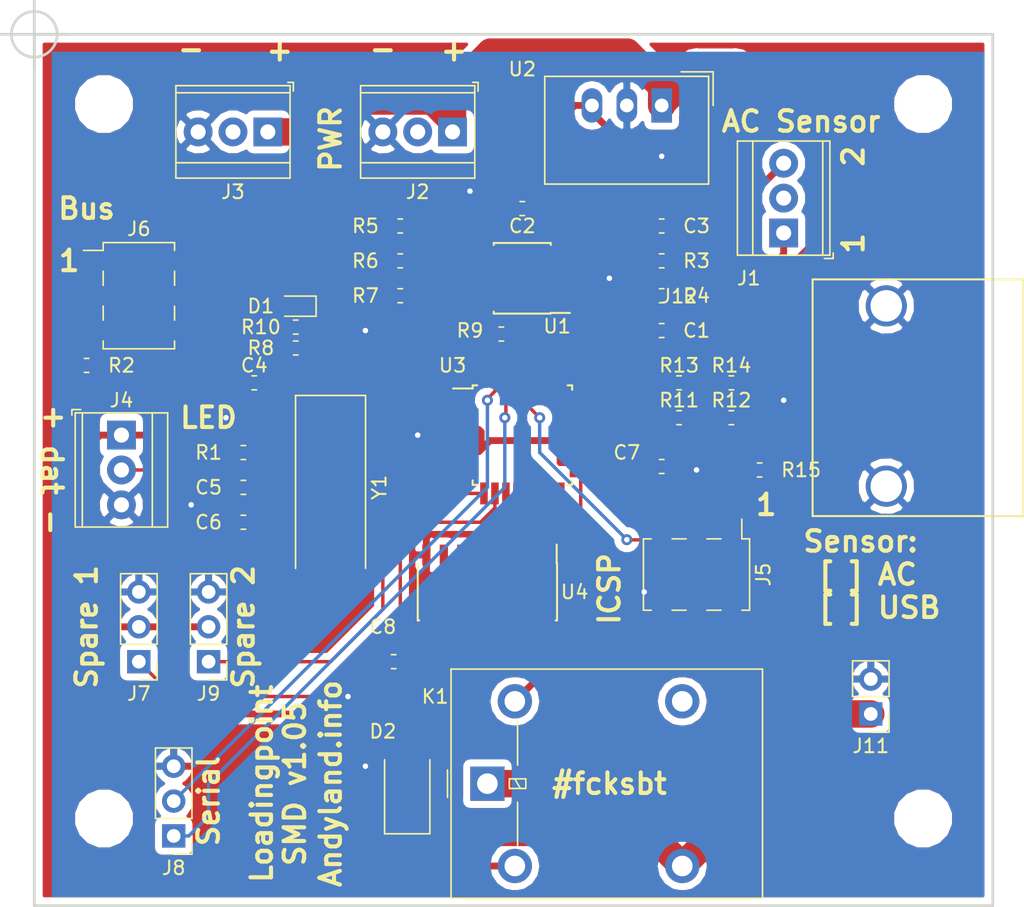
<source format=kicad_pcb>
(kicad_pcb (version 20171130) (host pcbnew 5.0.2-bee76a0~70~ubuntu18.10.1)
  (layers (0 F.Cu signal) (31 B.Cu signal) (34 B.Paste user) (35 F.Paste user) (36 B.SilkS user) (37 F.SilkS user) (38 B.Mask user) (39 F.Mask user) (44 Edge.Cuts user))
  (net 0 "")
  (net 1 GND)
  (net 2 "Net-(C1-Pad1)")
  (net 3 +5V)
  (net 4 "Net-(C5-Pad2)")
  (net 5 "Net-(C6-Pad2)")
  (net 6 "Net-(D1-Pad2)")
  (net 7 RELAIS-OUT)
  (net 8 AC-SENSE)
  (net 9 +12V)
  (net 10 "Net-(J4-Pad2)")
  (net 11 MISO)
  (net 12 SCK)
  (net 13 MOSI)
  (net 14 RESET)
  (net 15 SDAOUT)
  (net 16 SCLOUT)
  (net 17 D6)
  (net 18 D5)
  (net 19 USB-SENSE)
  (net 20 "Net-(J12-Pad2)")
  (net 21 "Net-(J12-Pad3)")
  (net 22 RELAIS)
  (net 23 WS2812B)
  (net 24 "Net-(R10-Pad2)")
  (net 25 SCL)
  (net 26 D2)
  (net 27 SDA)
  (net 28 RELAIS-DATA)
  (net 29 "Net-(J6-Pad5)")
  (net 30 RX)
  (net 31 TX)
  (module Connector_PinHeader_2.54mm:PinHeader_2x03_P2.54mm_Vertical_SMD (layer F.Cu) (at 78.74 54.61 270)
    (fp_text reference J5 (at 0 -4.87 270) (layer F.SilkS))
    (fp_text value Conn_ICSP)
    (pad 6 smd rect (at 2.525 2.54 270) (size 3.15 1) (layers F.Cu F.Paste F.Mask) (net 1 GND))
    (pad 5 smd rect (at -2.525 2.54 270) (size 3.15 1) (layers F.Cu F.Paste F.Mask) (net 14 RESET))
    (pad 4 smd rect (at 2.525 0 270) (size 3.15 1) (layers F.Cu F.Paste F.Mask) (net 13 MOSI))
    (pad 3 smd rect (at -2.525 0 270) (size 3.15 1) (layers F.Cu F.Paste F.Mask) (net 12 SCK))
    (pad 2 smd rect (at 2.525 -2.54 270) (size 3.15 1) (layers F.Cu F.Paste F.Mask) (net 3 +5V))
    (pad 1 smd rect (at -2.525 -2.54 270) (size 3.15 1) (layers F.Cu F.Paste F.Mask) (net 11 MISO))
  )
  (module Wuerth_USB_A:Wurth_USB_A_62900416021 (layer F.Cu) (at 88.9 38.1)
    (fp_text reference J12 (at -11.43 -3.77) (layer F.SilkS))
    (fp_text value USB_A)
    (pad 1 smd rect (at 0 7) (size 3.2 1.2) (layers F.Cu F.Paste F.Mask) (net 19 USB-SENSE))
    (pad 2 smd rect (at 0 4.5) (size 3.2 1.2) (layers F.Cu F.Paste F.Mask) (net 20 "Net-(J12-Pad2)"))
    (pad 3 smd rect (at 0 2.5) (size 3.2 1.2) (layers F.Cu F.Paste F.Mask) (net 21 "Net-(J12-Pad3)"))
    (pad 4 smd rect (at 0 0) (size 3.2 1.2) (layers F.Cu F.Paste F.Mask) (net 1 GND))
    (pad 5 thru_hole circle (at 3.67 -3.07) (size 3 3) (drill 2.3) (layers *.Cu *.Mask) (net 1 GND))
    (pad 5 thru_hole circle (at 3.67 10.07) (size 3 3) (drill 2.3) (layers *.Cu *.Mask) (net 1 GND))
  )
  (module Capacitor_SMD:C_0603_1608Metric (layer F.Cu) (at 46.5075 40.64 180)
    (fp_text reference C4 (at 0 1.27 180) (layer F.SilkS))
    (fp_text value 100nF)
    (pad 2 smd roundrect (at 0.7875 0 180) (size 0.875 0.95) (layers F.Cu F.Paste F.Mask) (net 1 GND))
    (pad 1 smd roundrect (at -0.7875 0 180) (size 0.875 0.95) (layers F.Cu F.Paste F.Mask) (net 3 +5V))
  )
  (module MountingHole:MountingHole_3.2mm_M3_ISO7380 (layer F.Cu) (at 95.25 72.39)
    (fp_text reference REF** hide)
    (fp_text value MountingHole_3.2mm_M3_ISO7380 hide)
    (pad 1 np_thru_hole circle (at 0 0) (size 3.2 3.2) (drill 3.2) (layers *.Cu *.Mask))
  )
  (module MountingHole:MountingHole_3.2mm_M3_ISO7380 (layer F.Cu) (at 95.25 20.32)
    (fp_text reference REF** hide)
    (fp_text value MountingHole_3.2mm_M3_ISO7380 hide)
    (pad 1 np_thru_hole circle (at 0 0) (size 3.2 3.2) (drill 3.2) (layers *.Cu *.Mask))
  )
  (module MountingHole:MountingHole_3.2mm_M3_ISO7380 (layer F.Cu) (at 35.56 72.39)
    (fp_text reference REF** hide)
    (fp_text value MountingHole_3.2mm_M3_ISO7380 hide)
    (pad 1 np_thru_hole circle (at 0 0) (size 3.2 3.2) (drill 3.2) (layers *.Cu *.Mask))
  )
  (module Capacitor_SMD:C_0603_1608Metric (layer F.Cu) (at 76.2 36.83 180)
    (fp_text reference C1 (at -2.54 0 180) (layer F.SilkS))
    (fp_text value 100µ)
    (pad 1 smd roundrect (at -0.7875 0 180) (size 0.875 0.95) (layers F.Cu F.Paste F.Mask) (net 2 "Net-(C1-Pad1)"))
    (pad 2 smd roundrect (at 0.7875 0 180) (size 0.875 0.95) (layers F.Cu F.Paste F.Mask) (net 1 GND))
  )
  (module Capacitor_SMD:C_0603_1608Metric (layer F.Cu) (at 66.04 27.94 180)
    (fp_text reference C2 (at 0 -1.27 180) (layer F.SilkS))
    (fp_text value 100nF)
    (pad 1 smd roundrect (at -0.7875 0 180) (size 0.875 0.95) (layers F.Cu F.Paste F.Mask) (net 3 +5V))
    (pad 2 smd roundrect (at 0.7875 0 180) (size 0.875 0.95) (layers F.Cu F.Paste F.Mask) (net 1 GND))
  )
  (module Capacitor_SMD:C_0603_1608Metric (layer F.Cu) (at 76.2 29.21 180)
    (fp_text reference C3 (at -2.54 0 180) (layer F.SilkS))
    (fp_text value 100nF)
    (pad 2 smd roundrect (at 0.7875 0 180) (size 0.875 0.95) (layers F.Cu F.Paste F.Mask) (net 1 GND))
    (pad 1 smd roundrect (at -0.7875 0 180) (size 0.875 0.95) (layers F.Cu F.Paste F.Mask) (net 3 +5V))
  )
  (module Capacitor_SMD:C_0603_1608Metric (layer F.Cu) (at 45.72 48.26)
    (fp_text reference C5 (at -2.54 0) (layer F.SilkS))
    (fp_text value 22pF)
    (pad 1 smd roundrect (at -0.7875 0) (size 0.875 0.95) (layers F.Cu F.Paste F.Mask) (net 1 GND))
    (pad 2 smd roundrect (at 0.7875 0) (size 0.875 0.95) (layers F.Cu F.Paste F.Mask) (net 4 "Net-(C5-Pad2)"))
  )
  (module Capacitor_SMD:C_0603_1608Metric (layer F.Cu) (at 45.72 50.8)
    (fp_text reference C6 (at -2.54 0) (layer F.SilkS))
    (fp_text value 22pF)
    (pad 2 smd roundrect (at 0.7875 0) (size 0.875 0.95) (layers F.Cu F.Paste F.Mask) (net 5 "Net-(C6-Pad2)"))
    (pad 1 smd roundrect (at -0.7875 0) (size 0.875 0.95) (layers F.Cu F.Paste F.Mask) (net 1 GND))
  )
  (module Capacitor_SMD:C_0603_1608Metric (layer F.Cu) (at 76.2 46.736)
    (fp_text reference C7 (at -2.54 -1.016) (layer F.SilkS))
    (fp_text value 100nF)
    (pad 1 smd roundrect (at -0.7875 0) (size 0.875 0.95) (layers F.Cu F.Paste F.Mask) (net 3 +5V))
    (pad 2 smd roundrect (at 0.7875 0) (size 0.875 0.95) (layers F.Cu F.Paste F.Mask) (net 1 GND))
  )
  (module Capacitor_SMD:C_0603_1608Metric (layer F.Cu) (at 56.6675 60.96 180)
    (fp_text reference C8 (at 0.7875 2.54) (layer F.SilkS))
    (fp_text value 100nF)
    (pad 2 smd roundrect (at 0.7875 0 180) (size 0.875 0.95) (layers F.Cu F.Paste F.Mask) (net 1 GND))
    (pad 1 smd roundrect (at -0.7875 0 180) (size 0.875 0.95) (layers F.Cu F.Paste F.Mask) (net 3 +5V))
  )
  (module LED_SMD:LED_0603_1608Metric (layer F.Cu) (at 49.53 35.052 180)
    (fp_text reference D1 (at 2.54 0 180) (layer F.SilkS))
    (fp_text value LED)
    (pad 1 smd roundrect (at -0.7875 0 180) (size 0.875 0.95) (layers F.Cu F.Paste F.Mask) (net 1 GND))
    (pad 2 smd roundrect (at 0.7875 0 180) (size 0.875 0.95) (layers F.Cu F.Paste F.Mask) (net 6 "Net-(D1-Pad2)"))
  )
  (module Diode_SMD:D_SMA (layer F.Cu) (at 57.658 70.104 90)
    (fp_text reference D2 (at 4.064 -1.778 -180) (layer F.SilkS))
    (fp_text value NRVA4007T3G)
    (pad 1 smd rect (at -2 0 90) (size 2.5 1.8) (layers F.Cu F.Paste F.Mask) (net 7 RELAIS-OUT))
    (pad 2 smd rect (at 2 0 90) (size 2.5 1.8) (layers F.Cu F.Paste F.Mask) (net 1 GND))
  )
  (module TerminalBlock_TE-Connectivity:TerminalBlock_TE_282834-3_1x03_P2.54mm_Horizontal (layer F.Cu) (at 85.09 29.718 90)
    (fp_text reference J1 (at -3.302 -2.54 -180) (layer F.SilkS))
    (fp_text value SENSOR)
    (pad 3 thru_hole circle (at 5.08 0 90) (size 2.1 2.1) (drill 1.1) (layers *.Cu *.Mask) (net 2 "Net-(C1-Pad1)"))
    (pad 2 thru_hole circle (at 2.54 0 90) (size 2.1 2.1) (drill 1.1) (layers *.Cu *.Mask))
    (pad 1 thru_hole rect (at 0 0 90) (size 2.1 2.1) (drill 1.1) (layers *.Cu *.Mask) (net 8 AC-SENSE))
  )
  (module TerminalBlock_TE-Connectivity:TerminalBlock_TE_282834-3_1x03_P2.54mm_Horizontal (layer F.Cu) (at 60.96 22.352 180)
    (fp_text reference J2 (at 2.54 -4.37 180) (layer F.SilkS))
    (fp_text value "PWR IN")
    (pad 1 thru_hole rect (at 0 0 180) (size 2.1 2.1) (drill 1.1) (layers *.Cu *.Mask) (net 9 +12V))
    (pad 2 thru_hole circle (at 2.54 0 180) (size 2.1 2.1) (drill 1.1) (layers *.Cu *.Mask))
    (pad 3 thru_hole circle (at 5.08 0 180) (size 2.1 2.1) (drill 1.1) (layers *.Cu *.Mask) (net 1 GND))
  )
  (module TerminalBlock_TE-Connectivity:TerminalBlock_TE_282834-3_1x03_P2.54mm_Horizontal (layer F.Cu) (at 47.498 22.352 180)
    (fp_text reference J3 (at 2.54 -4.37 180) (layer F.SilkS))
    (fp_text value "PWR THRU")
    (pad 3 thru_hole circle (at 5.08 0 180) (size 2.1 2.1) (drill 1.1) (layers *.Cu *.Mask) (net 1 GND))
    (pad 2 thru_hole circle (at 2.54 0 180) (size 2.1 2.1) (drill 1.1) (layers *.Cu *.Mask))
    (pad 1 thru_hole rect (at 0 0 180) (size 2.1 2.1) (drill 1.1) (layers *.Cu *.Mask) (net 9 +12V))
  )
  (module TerminalBlock_TE-Connectivity:TerminalBlock_TE_282834-3_1x03_P2.54mm_Horizontal (layer F.Cu) (at 36.83 44.45 270)
    (fp_text reference J4 (at -2.54 0) (layer F.SilkS))
    (fp_text value LED)
    (pad 1 thru_hole rect (at 0 0 270) (size 2.1 2.1) (drill 1.1) (layers *.Cu *.Mask) (net 3 +5V))
    (pad 2 thru_hole circle (at 2.54 0 270) (size 2.1 2.1) (drill 1.1) (layers *.Cu *.Mask) (net 10 "Net-(J4-Pad2)"))
    (pad 3 thru_hole circle (at 5.08 0 270) (size 2.1 2.1) (drill 1.1) (layers *.Cu *.Mask) (net 1 GND))
  )
  (module Connector_PinHeader_2.54mm:PinHeader_2x03_P2.54mm_Vertical_SMD (layer F.Cu) (at 38.1 34.29)
    (fp_text reference J6 (at 0 -4.87) (layer F.SilkS))
    (fp_text value Conn_Bus)
    (pad 1 smd rect (at -2.525 -2.54) (size 3.15 1) (layers F.Cu F.Paste F.Mask))
    (pad 2 smd rect (at 2.525 -2.54) (size 3.15 1) (layers F.Cu F.Paste F.Mask))
    (pad 3 smd rect (at -2.525 0) (size 3.15 1) (layers F.Cu F.Paste F.Mask))
    (pad 4 smd rect (at 2.525 0) (size 3.15 1) (layers F.Cu F.Paste F.Mask) (net 16 SCLOUT))
    (pad 5 smd rect (at -2.525 2.54) (size 3.15 1) (layers F.Cu F.Paste F.Mask) (net 29 "Net-(J6-Pad5)"))
    (pad 6 smd rect (at 2.525 2.54) (size 3.15 1) (layers F.Cu F.Paste F.Mask) (net 15 SDAOUT))
  )
  (module Relay_THT:Relay_SPDT_Omron-G5LE-1 (layer F.Cu) (at 63.5 69.85 90)
    (fp_text reference K1 (at 6.35 -3.81 180) (layer F.SilkS))
    (fp_text value G5LE-1)
    (pad 1 thru_hole rect (at 0 0 90) (size 2.5 2.5) (drill 1.5) (layers *.Cu *.Mask) (net 9 +12V))
    (pad 2 thru_hole oval (at -6 2 90) (size 2.5 2.5) (drill 1.5) (layers *.Cu *.Mask) (net 3 +5V))
    (pad 3 thru_hole oval (at -6 14.2 90) (size 2.5 2.5) (drill 1.5) (layers *.Cu *.Mask) (net 7 RELAIS-OUT))
    (pad 4 thru_hole oval (at 6 14.2 90) (size 2.5 2.5) (drill 1.5) (layers *.Cu *.Mask))
    (pad 5 thru_hole oval (at 6 2 90) (size 2.5 2.5) (drill 1.5) (layers *.Cu *.Mask) (net 22 RELAIS))
  )
  (module Resistor_SMD:R_0603_1608Metric (layer F.Cu) (at 45.72 45.72 180)
    (fp_text reference R1 (at 2.54 0 180) (layer F.SilkS))
    (fp_text value 470)
    (pad 2 smd roundrect (at 0.7875 0 180) (size 0.875 0.95) (layers F.Cu F.Paste F.Mask) (net 10 "Net-(J4-Pad2)"))
    (pad 1 smd roundrect (at -0.7875 0 180) (size 0.875 0.95) (layers F.Cu F.Paste F.Mask) (net 23 WS2812B))
  )
  (module Resistor_SMD:R_0603_1608Metric (layer F.Cu) (at 76.2 31.75)
    (fp_text reference R3 (at 2.54 0) (layer F.SilkS))
    (fp_text value 10K)
    (pad 1 smd roundrect (at -0.7875 0) (size 0.875 0.95) (layers F.Cu F.Paste F.Mask) (net 3 +5V))
    (pad 2 smd roundrect (at 0.7875 0) (size 0.875 0.95) (layers F.Cu F.Paste F.Mask) (net 2 "Net-(C1-Pad1)"))
  )
  (module Resistor_SMD:R_0603_1608Metric (layer F.Cu) (at 76.2 34.29 180)
    (fp_text reference R4 (at -2.54 0 180) (layer F.SilkS))
    (fp_text value 10K)
    (pad 2 smd roundrect (at 0.7875 0 180) (size 0.875 0.95) (layers F.Cu F.Paste F.Mask) (net 1 GND))
    (pad 1 smd roundrect (at -0.7875 0 180) (size 0.875 0.95) (layers F.Cu F.Paste F.Mask) (net 2 "Net-(C1-Pad1)"))
  )
  (module Resistor_SMD:R_0603_1608Metric (layer F.Cu) (at 57.15 29.21 180)
    (fp_text reference R5 (at 2.54 0 180) (layer F.SilkS))
    (fp_text value 470)
    (pad 1 smd roundrect (at -0.7875 0 180) (size 0.875 0.95) (layers F.Cu F.Paste F.Mask) (net 1 GND))
    (pad 2 smd roundrect (at 0.7875 0 180) (size 0.875 0.95) (layers F.Cu F.Paste F.Mask) (net 15 SDAOUT))
  )
  (module Resistor_SMD:R_0603_1608Metric (layer F.Cu) (at 57.15 31.75)
    (fp_text reference R6 (at -2.54 0) (layer F.SilkS))
    (fp_text value 100)
    (pad 2 smd roundrect (at 0.7875 0) (size 0.875 0.95) (layers F.Cu F.Paste F.Mask) (net 16 SCLOUT))
    (pad 1 smd roundrect (at -0.7875 0) (size 0.875 0.95) (layers F.Cu F.Paste F.Mask) (net 15 SDAOUT))
  )
  (module Resistor_SMD:R_0603_1608Metric (layer F.Cu) (at 57.15 34.29 180)
    (fp_text reference R7 (at 2.54 0 180) (layer F.SilkS))
    (fp_text value 470)
    (pad 2 smd roundrect (at 0.7875 0 180) (size 0.875 0.95) (layers F.Cu F.Paste F.Mask) (net 3 +5V))
    (pad 1 smd roundrect (at -0.7875 0 180) (size 0.875 0.95) (layers F.Cu F.Paste F.Mask) (net 16 SCLOUT))
  )
  (module Resistor_SMD:R_0603_1608Metric (layer F.Cu) (at 49.53 38.1)
    (fp_text reference R8 (at -2.54 0) (layer F.SilkS))
    (fp_text value 470)
    (pad 1 smd roundrect (at -0.7875 0) (size 0.875 0.95) (layers F.Cu F.Paste F.Mask) (net 6 "Net-(D1-Pad2)"))
    (pad 2 smd roundrect (at 0.7875 0) (size 0.875 0.95) (layers F.Cu F.Paste F.Mask) (net 24 "Net-(R10-Pad2)"))
  )
  (module Resistor_SMD:R_0603_1608Metric (layer F.Cu) (at 64.516 37.084)
    (fp_text reference R9 (at -2.286 -0.254) (layer F.SilkS))
    (fp_text value 10K)
    (pad 1 smd roundrect (at -0.7875 0) (size 0.875 0.95) (layers F.Cu F.Paste F.Mask) (net 3 +5V))
    (pad 2 smd roundrect (at 0.7875 0) (size 0.875 0.95) (layers F.Cu F.Paste F.Mask) (net 14 RESET))
  )
  (module Resistor_SMD:R_0603_1608Metric (layer F.Cu) (at 49.53 36.576)
    (fp_text reference R10 (at -2.54 0) (layer F.SilkS))
    (fp_text value 470)
    (pad 2 smd roundrect (at 0.7875 0) (size 0.875 0.95) (layers F.Cu F.Paste F.Mask) (net 24 "Net-(R10-Pad2)"))
    (pad 1 smd roundrect (at -0.7875 0) (size 0.875 0.95) (layers F.Cu F.Paste F.Mask) (net 6 "Net-(D1-Pad2)"))
  )
  (module Resistor_SMD:R_0603_1608Metric (layer F.Cu) (at 77.47 43.18)
    (fp_text reference R11 (at 0 -1.27) (layer F.SilkS))
    (fp_text value 3K3)
    (pad 1 smd roundrect (at -0.7875 0) (size 0.875 0.95) (layers F.Cu F.Paste F.Mask) (net 3 +5V))
    (pad 2 smd roundrect (at 0.7875 0) (size 0.875 0.95) (layers F.Cu F.Paste F.Mask) (net 20 "Net-(J12-Pad2)"))
  )
  (module Resistor_SMD:R_0603_1608Metric (layer F.Cu) (at 81.28 43.18 180)
    (fp_text reference R12 (at 0 1.27 180) (layer F.SilkS))
    (fp_text value 2K2)
    (pad 2 smd roundrect (at 0.7875 0 180) (size 0.875 0.95) (layers F.Cu F.Paste F.Mask) (net 1 GND))
    (pad 1 smd roundrect (at -0.7875 0 180) (size 0.875 0.95) (layers F.Cu F.Paste F.Mask) (net 20 "Net-(J12-Pad2)"))
  )
  (module Resistor_SMD:R_0603_1608Metric (layer F.Cu) (at 77.47 40.64)
    (fp_text reference R13 (at 0 -1.27) (layer F.SilkS))
    (fp_text value 3K3)
    (pad 1 smd roundrect (at -0.7875 0) (size 0.875 0.95) (layers F.Cu F.Paste F.Mask) (net 3 +5V))
    (pad 2 smd roundrect (at 0.7875 0) (size 0.875 0.95) (layers F.Cu F.Paste F.Mask) (net 21 "Net-(J12-Pad3)"))
  )
  (module Resistor_SMD:R_0603_1608Metric (layer F.Cu) (at 81.28 40.64 180)
    (fp_text reference R14 (at 0 1.27 180) (layer F.SilkS))
    (fp_text value 2K2)
    (pad 1 smd roundrect (at -0.7875 0 180) (size 0.875 0.95) (layers F.Cu F.Paste F.Mask) (net 21 "Net-(J12-Pad3)"))
    (pad 2 smd roundrect (at 0.7875 0 180) (size 0.875 0.95) (layers F.Cu F.Paste F.Mask) (net 1 GND))
  )
  (module Package_SO:SOIC-8_3.9x4.9mm_P1.27mm (layer F.Cu) (at 66.04 33.02 180)
    (fp_text reference U1 (at -2.54 -3.5 180) (layer F.SilkS))
    (fp_text value MAX485E)
    (pad 1 smd rect (at -2.7 -1.905 180) (size 1.55 0.6) (layers F.Cu F.Paste F.Mask) (net 27 SDA))
    (pad 2 smd rect (at -2.7 -0.635 180) (size 1.55 0.6) (layers F.Cu F.Paste F.Mask) (net 26 D2))
    (pad 3 smd rect (at -2.7 0.635 180) (size 1.55 0.6) (layers F.Cu F.Paste F.Mask) (net 26 D2))
    (pad 4 smd rect (at -2.7 1.905 180) (size 1.55 0.6) (layers F.Cu F.Paste F.Mask) (net 25 SCL))
    (pad 5 smd rect (at 2.7 1.905 180) (size 1.55 0.6) (layers F.Cu F.Paste F.Mask) (net 1 GND))
    (pad 6 smd rect (at 2.7 0.635 180) (size 1.55 0.6) (layers F.Cu F.Paste F.Mask) (net 16 SCLOUT))
    (pad 7 smd rect (at 2.7 -0.635 180) (size 1.55 0.6) (layers F.Cu F.Paste F.Mask) (net 15 SDAOUT))
    (pad 8 smd rect (at 2.7 -1.905 180) (size 1.55 0.6) (layers F.Cu F.Paste F.Mask) (net 3 +5V))
  )
  (module Converter_DCDC:Converter_DCDC_TRACO_TSR-1_THT (layer F.Cu) (at 76.2 20.425 180)
    (fp_text reference U2 (at 10.16 2.645 180) (layer F.SilkS))
    (fp_text value TSR_1-2450)
    (pad 1 thru_hole rect (at 0 0 180) (size 1.5 2.5) (drill 1) (layers *.Cu *.Mask) (net 9 +12V))
    (pad 2 thru_hole oval (at 2.54 0 180) (size 1.5 2.5) (drill 1) (layers *.Cu *.Mask) (net 1 GND))
    (pad 3 thru_hole oval (at 5.08 0 180) (size 1.5 2.5) (drill 1) (layers *.Cu *.Mask) (net 3 +5V))
  )
  (module Package_QFP:TQFP-32_7x7mm_P0.8mm (layer F.Cu) (at 66.05 44.45)
    (fp_text reference U3 (at -5.09 -5.08) (layer F.SilkS))
    (fp_text value ATmega328P-AU)
    (pad 1 smd rect (at -4.25 -2.8) (size 1.6 0.55) (layers F.Cu F.Paste F.Mask) (net 24 "Net-(R10-Pad2)"))
    (pad 2 smd rect (at -4.25 -2) (size 1.6 0.55) (layers F.Cu F.Paste F.Mask) (net 23 WS2812B))
    (pad 3 smd rect (at -4.25 -1.2) (size 1.6 0.55) (layers F.Cu F.Paste F.Mask) (net 1 GND))
    (pad 4 smd rect (at -4.25 -0.4) (size 1.6 0.55) (layers F.Cu F.Paste F.Mask) (net 3 +5V))
    (pad 5 smd rect (at -4.25 0.4) (size 1.6 0.55) (layers F.Cu F.Paste F.Mask) (net 1 GND))
    (pad 6 smd rect (at -4.25 1.2) (size 1.6 0.55) (layers F.Cu F.Paste F.Mask) (net 3 +5V))
    (pad 7 smd rect (at -4.25 2) (size 1.6 0.55) (layers F.Cu F.Paste F.Mask) (net 4 "Net-(C5-Pad2)"))
    (pad 8 smd rect (at -4.25 2.8) (size 1.6 0.55) (layers F.Cu F.Paste F.Mask) (net 5 "Net-(C6-Pad2)"))
    (pad 9 smd rect (at -2.8 4.25 90) (size 1.6 0.55) (layers F.Cu F.Paste F.Mask) (net 18 D5))
    (pad 10 smd rect (at -2 4.25 90) (size 1.6 0.55) (layers F.Cu F.Paste F.Mask) (net 17 D6))
    (pad 11 smd rect (at -1.2 4.25 90) (size 1.6 0.55) (layers F.Cu F.Paste F.Mask) (net 28 RELAIS-DATA))
    (pad 12 smd rect (at -0.4 4.25 90) (size 1.6 0.55) (layers F.Cu F.Paste F.Mask))
    (pad 13 smd rect (at 0.4 4.25 90) (size 1.6 0.55) (layers F.Cu F.Paste F.Mask))
    (pad 14 smd rect (at 1.2 4.25 90) (size 1.6 0.55) (layers F.Cu F.Paste F.Mask))
    (pad 15 smd rect (at 2 4.25 90) (size 1.6 0.55) (layers F.Cu F.Paste F.Mask) (net 13 MOSI))
    (pad 16 smd rect (at 2.8 4.25 90) (size 1.6 0.55) (layers F.Cu F.Paste F.Mask) (net 11 MISO))
    (pad 17 smd rect (at 4.25 2.8) (size 1.6 0.55) (layers F.Cu F.Paste F.Mask) (net 12 SCK))
    (pad 18 smd rect (at 4.25 2) (size 1.6 0.55) (layers F.Cu F.Paste F.Mask) (net 3 +5V))
    (pad 19 smd rect (at 4.25 1.2) (size 1.6 0.55) (layers F.Cu F.Paste F.Mask))
    (pad 20 smd rect (at 4.25 0.4) (size 1.6 0.55) (layers F.Cu F.Paste F.Mask) (net 3 +5V))
    (pad 21 smd rect (at 4.25 -0.4) (size 1.6 0.55) (layers F.Cu F.Paste F.Mask) (net 1 GND))
    (pad 22 smd rect (at 4.25 -1.2) (size 1.6 0.55) (layers F.Cu F.Paste F.Mask))
    (pad 23 smd rect (at 4.25 -2) (size 1.6 0.55) (layers F.Cu F.Paste F.Mask))
    (pad 24 smd rect (at 4.25 -2.8) (size 1.6 0.55) (layers F.Cu F.Paste F.Mask) (net 19 USB-SENSE))
    (pad 25 smd rect (at 2.8 -4.25 90) (size 1.6 0.55) (layers F.Cu F.Paste F.Mask) (net 8 AC-SENSE))
    (pad 26 smd rect (at 2 -4.25 90) (size 1.6 0.55) (layers F.Cu F.Paste F.Mask))
    (pad 27 smd rect (at 1.2 -4.25 90) (size 1.6 0.55) (layers F.Cu F.Paste F.Mask) (net 27 SDA))
    (pad 28 smd rect (at 0.4 -4.25 90) (size 1.6 0.55) (layers F.Cu F.Paste F.Mask) (net 25 SCL))
    (pad 29 smd rect (at -0.4 -4.25 90) (size 1.6 0.55) (layers F.Cu F.Paste F.Mask) (net 14 RESET))
    (pad 30 smd rect (at -1.2 -4.25 90) (size 1.6 0.55) (layers F.Cu F.Paste F.Mask) (net 30 RX))
    (pad 31 smd rect (at -2 -4.25 90) (size 1.6 0.55) (layers F.Cu F.Paste F.Mask) (net 31 TX))
    (pad 32 smd rect (at -2.8 -4.25 90) (size 1.6 0.55) (layers F.Cu F.Paste F.Mask) (net 26 D2))
  )
  (module Package_SO:SOIC-16_3.9x9.9mm_P1.27mm (layer F.Cu) (at 63.5 55.88 270)
    (fp_text reference U4 (at 0 -6.35) (layer F.SilkS))
    (fp_text value ULN2003D)
    (pad 1 smd rect (at -2.7 -4.445 270) (size 1.5 0.6) (layers F.Cu F.Paste F.Mask) (net 28 RELAIS-DATA))
    (pad 2 smd rect (at -2.7 -3.175 270) (size 1.5 0.6) (layers F.Cu F.Paste F.Mask))
    (pad 3 smd rect (at -2.7 -1.905 270) (size 1.5 0.6) (layers F.Cu F.Paste F.Mask))
    (pad 4 smd rect (at -2.7 -0.635 270) (size 1.5 0.6) (layers F.Cu F.Paste F.Mask))
    (pad 5 smd rect (at -2.7 0.635 270) (size 1.5 0.6) (layers F.Cu F.Paste F.Mask))
    (pad 6 smd rect (at -2.7 1.905 270) (size 1.5 0.6) (layers F.Cu F.Paste F.Mask))
    (pad 7 smd rect (at -2.7 3.175 270) (size 1.5 0.6) (layers F.Cu F.Paste F.Mask))
    (pad 8 smd rect (at -2.7 4.445 270) (size 1.5 0.6) (layers F.Cu F.Paste F.Mask) (net 1 GND))
    (pad 9 smd rect (at 2.7 4.445 270) (size 1.5 0.6) (layers F.Cu F.Paste F.Mask) (net 3 +5V))
    (pad 10 smd rect (at 2.7 3.175 270) (size 1.5 0.6) (layers F.Cu F.Paste F.Mask))
    (pad 11 smd rect (at 2.7 1.905 270) (size 1.5 0.6) (layers F.Cu F.Paste F.Mask))
    (pad 12 smd rect (at 2.7 0.635 270) (size 1.5 0.6) (layers F.Cu F.Paste F.Mask))
    (pad 13 smd rect (at 2.7 -0.635 270) (size 1.5 0.6) (layers F.Cu F.Paste F.Mask))
    (pad 14 smd rect (at 2.7 -1.905 270) (size 1.5 0.6) (layers F.Cu F.Paste F.Mask))
    (pad 15 smd rect (at 2.7 -3.175 270) (size 1.5 0.6) (layers F.Cu F.Paste F.Mask))
    (pad 16 smd rect (at 2.7 -4.445 270) (size 1.5 0.6) (layers F.Cu F.Paste F.Mask) (net 22 RELAIS))
  )
  (module MountingHole:MountingHole_3.2mm_M3_ISO7380 (layer F.Cu) (at 35.56 20.32)
    (fp_text reference REF** hide)
    (fp_text value MountingHole_3.2mm_M3_ISO7380 hide)
    (pad 1 np_thru_hole circle (at 0 0) (size 3.2 3.2) (drill 3.2) (layers *.Cu *.Mask))
  )
  (module Resistor_SMD:R_0603_1608Metric (layer F.Cu) (at 83.3375 46.99)
    (fp_text reference R15 (at 3.0225 0) (layer F.SilkS))
    (fp_text value 0,1)
    (pad 1 smd roundrect (at -0.7875 0) (size 0.875 0.95) (layers F.Cu F.Paste F.Mask) (net 3 +5V))
    (pad 2 smd roundrect (at 0.7875 0) (size 0.875 0.95) (layers F.Cu F.Paste F.Mask) (net 19 USB-SENSE))
  )
  (module Resistor_SMD:R_0603_1608Metric (layer F.Cu) (at 34.29 39.37)
    (fp_text reference R2 (at 2.54 0) (layer F.SilkS))
    (fp_text value 0)
    (pad 1 smd roundrect (at -0.7875 0) (size 0.875 0.95) (layers F.Cu F.Paste F.Mask) (net 1 GND))
    (pad 2 smd roundrect (at 0.7875 0) (size 0.875 0.95) (layers F.Cu F.Paste F.Mask) (net 29 "Net-(J6-Pad5)"))
  )
  (module Connector_PinHeader_2.54mm:PinHeader_1x03_P2.54mm_Vertical (layer F.Cu) (at 38.1 60.96 180)
    (fp_text reference J7 (at 0 -2.33 180) (layer F.SilkS))
    (fp_text value Spare_1)
    (pad 1 thru_hole rect (at 0 0 180) (size 1.7 1.7) (drill 1) (layers *.Cu *.Mask) (net 17 D6))
    (pad 2 thru_hole oval (at 0 2.54 180) (size 1.7 1.7) (drill 1) (layers *.Cu *.Mask) (net 3 +5V))
    (pad 3 thru_hole oval (at 0 5.08 180) (size 1.7 1.7) (drill 1) (layers *.Cu *.Mask) (net 1 GND))
  )
  (module Connector_PinHeader_2.54mm:PinHeader_1x03_P2.54mm_Vertical (layer F.Cu) (at 43.18 60.96 180)
    (fp_text reference J9 (at 0 -2.33 180) (layer F.SilkS))
    (fp_text value Spare_2)
    (pad 3 thru_hole oval (at 0 5.08 180) (size 1.7 1.7) (drill 1) (layers *.Cu *.Mask) (net 1 GND))
    (pad 2 thru_hole oval (at 0 2.54 180) (size 1.7 1.7) (drill 1) (layers *.Cu *.Mask) (net 3 +5V))
    (pad 1 thru_hole rect (at 0 0 180) (size 1.7 1.7) (drill 1) (layers *.Cu *.Mask) (net 18 D5))
  )
  (module Connector_PinHeader_2.54mm:PinHeader_1x02_P2.54mm_Vertical (layer F.Cu) (at 91.44 64.77 180)
    (fp_text reference J11 (at 0 -2.33 180) (layer F.SilkS))
    (fp_text value Conn_01x02_Male)
    (pad 1 thru_hole rect (at 0 0 180) (size 1.7 1.7) (drill 1) (layers *.Cu *.Mask) (net 7 RELAIS-OUT))
    (pad 2 thru_hole oval (at 0 2.54 180) (size 1.7 1.7) (drill 1) (layers *.Cu *.Mask) (net 1 GND))
  )
  (module Crystal:Crystal_SMD_HC49-SD (layer F.Cu) (at 52.07 48.26 270)
    (fp_text reference Y1 (at 0 -3.55 270) (layer F.SilkS))
    (fp_text value Crystal)
    (pad 1 smd rect (at -4.25 0 270) (size 4.5 2) (layers F.Cu F.Paste F.Mask) (net 4 "Net-(C5-Pad2)"))
    (pad 2 smd rect (at 4.25 0 270) (size 4.5 2) (layers F.Cu F.Paste F.Mask) (net 5 "Net-(C6-Pad2)"))
  )
  (module Connector_PinHeader_2.54mm:PinHeader_1x03_P2.54mm_Vertical (layer F.Cu) (at 40.64 73.66 180)
    (fp_text reference J8 (at 0 -2.33 180) (layer F.SilkS))
    (fp_text value Serial)
    (pad 1 thru_hole rect (at 0 0 180) (size 1.7 1.7) (drill 1) (layers *.Cu *.Mask) (net 30 RX))
    (pad 2 thru_hole oval (at 0 2.54 180) (size 1.7 1.7) (drill 1) (layers *.Cu *.Mask) (net 31 TX))
    (pad 3 thru_hole oval (at 0 5.08 180) (size 1.7 1.7) (drill 1) (layers *.Cu *.Mask) (net 1 GND))
  )
  (gr_text Serial (at 43.18 71.12 90) (layer F.SilkS) (effects (font (size 1.5 1.5) (thickness 0.3))))
  (gr_text Andyland.info (at 52.07 69.85 90) (layer F.SilkS) (effects (font (size 1.5 1.5) (thickness 0.3))))
  (gr_text "Spare 2" (at 45.72 58.42 90) (layer F.SilkS) (effects (font (size 1.5 1.5) (thickness 0.3))))
  (gr_text "Spare 1" (at 34.29 58.42 90) (layer F.SilkS) (effects (font (size 1.5 1.5) (thickness 0.3))))
  (gr_text "ICSP\n" (at 72.39 58.42 90) (layer F.SilkS) (effects (font (size 1.5 1.5) (thickness 0.3)) (justify left)))
  (target plus (at 30.48 15.24) (size 5) (width 0.2) (layer Edge.Cuts))
  (gr_line (start 100.33 78.74) (end 100.33 15.24) (layer Edge.Cuts) (width 0.2))
  (gr_line (start 30.48 78.74) (end 100.33 78.74) (layer Edge.Cuts) (width 0.2))
  (gr_line (start 30.48 15.24) (end 30.48 78.74) (layer Edge.Cuts) (width 0.2))
  (gr_line (start 100.33 15.24) (end 30.48 15.24) (layer Edge.Cuts) (width 0.2))
  (gr_text "#fcksbt" (at 72.39 69.85) (layer F.SilkS) (effects (font (size 1.5 1.5) (thickness 0.3))))
  (gr_text 1 (at 83.82 49.53) (layer F.SilkS) (effects (font (size 1.5 1.5) (thickness 0.3))))
  (gr_text dat (at 31.75 46.99 270) (layer F.SilkS) (effects (font (size 1.5 1.5) (thickness 0.3))))
  (gr_text + (at 31.75 43.18 90) (layer F.SilkS) (effects (font (size 1.5 1.5) (thickness 0.3))))
  (gr_text - (at 31.75 50.8 270) (layer F.SilkS) (effects (font (size 1.5 1.5) (thickness 0.3))))
  (gr_text - (at 55.88 16.51 180) (layer F.SilkS) (effects (font (size 1.5 1.5) (thickness 0.3))))
  (gr_text - (at 41.91 16.51 180) (layer F.SilkS) (effects (font (size 1.5 1.5) (thickness 0.3))))
  (gr_text + (at 60.96 16.51 90) (layer F.SilkS) (effects (font (size 1.5 1.5) (thickness 0.3))))
  (gr_text + (at 48.26 16.51 90) (layer F.SilkS) (effects (font (size 1.5 1.5) (thickness 0.3))))
  (gr_text 2 (at 90.17 24.13 90) (layer F.SilkS) (effects (font (size 1.5 1.5) (thickness 0.3))))
  (gr_text 1 (at 90.17 30.48 90) (layer F.SilkS) (effects (font (size 1.5 1.5) (thickness 0.3))))
  (gr_text 1 (at 33.02 31.75) (layer F.SilkS) (effects (font (size 1.5 1.5) (thickness 0.3))))
  (gr_text Bus (at 34.29 27.94) (layer F.SilkS) (effects (font (size 1.5 1.5) (thickness 0.3))))
  (gr_text PWR (at 52.07 22.86 90) (layer F.SilkS) (effects (font (size 1.5 1.5) (thickness 0.3))))
  (gr_text "AC Sensor" (at 86.36 21.59) (layer F.SilkS) (effects (font (size 1.5 1.5) (thickness 0.3))))
  (gr_text LED (at 43.18 43.18) (layer F.SilkS) (effects (font (size 1.5 1.5) (thickness 0.3))))
  (gr_text "Sensor:\n [ ] AC\n [ ] USB\n" (at 86.36 54.61) (layer F.SilkS) (effects (font (size 1.5 1.5) (thickness 0.3)) (justify left)))
  (gr_text "Loadingpoint\nSMD v1.05" (at 48.26 69.85 90) (layer F.SilkS) (effects (font (size 1.5 1.5) (thickness 0.3))))
  (via (at 62.23 26.67) (size 0.8) (drill 0.4) (layers F.Cu B.Cu) (net 1))
  (via (at 74.93 55.88) (size 0.8) (drill 0.4) (layers F.Cu B.Cu) (net 1))
  (via (at 58.42 44.45) (size 0.8) (drill 0.4) (layers F.Cu B.Cu) (net 1))
  (via (at 76.2 24.13) (size 0.8) (drill 0.4) (layers F.Cu B.Cu) (net 1))
  (segment (start 72.39 44.84) (end 71.6 44.05) (width 0.5) (layer F.Cu) (net 1))
  (segment (start 72.39 45.72) (end 72.39 44.84) (width 0.5) (layer F.Cu) (net 1))
  (segment (start 75.9715 45.72) (end 72.39 45.72) (width 0.5) (layer F.Cu) (net 1))
  (segment (start 71.6 44.05) (end 70.3 44.05) (width 0.5) (layer F.Cu) (net 1))
  (segment (start 76.9875 46.736) (end 75.9715 45.72) (width 0.5) (layer F.Cu) (net 1))
  (via (at 41.91 49.53) (size 0.8) (drill 0.4) (layers F.Cu B.Cu) (net 1))
  (via (at 53.34 63.5) (size 0.8) (drill 0.4) (layers F.Cu B.Cu) (net 1))
  (via (at 72.39 33.02) (size 0.8) (drill 0.4) (layers F.Cu B.Cu) (net 1))
  (via (at 54.61 36.83) (size 0.8) (drill 0.4) (layers F.Cu B.Cu) (net 1))
  (via (at 44.45 43.18) (size 0.8) (drill 0.4) (layers F.Cu B.Cu) (net 1))
  (via (at 54.61 68.58) (size 0.8) (drill 0.4) (layers F.Cu B.Cu) (net 1))
  (via (at 85.09 41.91) (size 0.8) (drill 0.4) (layers F.Cu B.Cu) (net 1))
  (segment (start 59.62 43.25) (end 58.42 44.45) (width 0.5) (layer F.Cu) (net 1))
  (segment (start 61.8 43.25) (end 59.62 43.25) (width 0.5) (layer F.Cu) (net 1))
  (segment (start 58.819999 44.849999) (end 58.42 44.45) (width 0.5) (layer F.Cu) (net 1))
  (segment (start 61.8 44.85) (end 58.819999 44.849999) (width 0.5) (layer F.Cu) (net 1))
  (via (at 78.74 46.99) (size 0.8) (drill 0.4) (layers F.Cu B.Cu) (net 1))
  (segment (start 81.7625 41.91) (end 80.4925 43.18) (width 0.5) (layer F.Cu) (net 1))
  (segment (start 74.945 55.88) (end 76.2 57.135) (width 0.5) (layer F.Cu) (net 1))
  (segment (start 74.93 55.88) (end 74.945 55.88) (width 0.5) (layer F.Cu) (net 1))
  (segment (start 76.9875 31.75) (end 76.9875 34.29) (width 0.5) (layer F.Cu) (net 2))
  (segment (start 76.9875 36.83) (end 76.9875 34.29) (width 0.5) (layer F.Cu) (net 2))
  (segment (start 76.9875 31.75) (end 78.74 31.75) (width 0.5) (layer F.Cu) (net 2))
  (segment (start 78.74 31.75) (end 81.28 29.21) (width 0.5) (layer F.Cu) (net 2))
  (segment (start 81.28 28.448) (end 85.09 24.638) (width 0.5) (layer F.Cu) (net 2))
  (segment (start 81.28 29.21) (end 81.28 28.448) (width 0.5) (layer F.Cu) (net 2))
  (segment (start 74.875 46.736) (end 74.589 46.45) (width 0.5) (layer F.Cu) (net 3))
  (segment (start 75.4125 46.736) (end 74.875 46.736) (width 0.5) (layer F.Cu) (net 3))
  (segment (start 70.3 46.45) (end 68.802 46.45) (width 0.5) (layer F.Cu) (net 3))
  (segment (start 69 44.85) (end 70.3 44.85) (width 0.5) (layer F.Cu) (net 3))
  (segment (start 68.802 45.048) (end 69 44.85) (width 0.5) (layer F.Cu) (net 3))
  (segment (start 68.802 46.45) (end 68.802 45.048) (width 0.5) (layer F.Cu) (net 3))
  (segment (start 62.885002 45.65) (end 61.8 45.65) (width 0.5) (layer F.Cu) (net 3))
  (segment (start 63.050001 45.485001) (end 62.885002 45.65) (width 0.5) (layer F.Cu) (net 3))
  (segment (start 63.050001 44.214999) (end 63.050001 45.485001) (width 0.5) (layer F.Cu) (net 3))
  (segment (start 62.885002 44.05) (end 63.050001 44.214999) (width 0.5) (layer F.Cu) (net 3))
  (segment (start 61.8 44.05) (end 62.885002 44.05) (width 0.5) (layer F.Cu) (net 3))
  (segment (start 68.604 44.85) (end 68.802 45.048) (width 0.5) (layer F.Cu) (net 3))
  (segment (start 63.685002 44.85) (end 68.604 44.85) (width 0.5) (layer F.Cu) (net 3))
  (segment (start 63.050001 45.485001) (end 63.685002 44.85) (width 0.5) (layer F.Cu) (net 3))
  (segment (start 63.955002 34.925) (end 65.024 33.856002) (width 0.5) (layer F.Cu) (net 3))
  (segment (start 63.34 34.925) (end 63.955002 34.925) (width 0.5) (layer F.Cu) (net 3))
  (segment (start 65.024 29.7435) (end 66.8275 27.94) (width 0.5) (layer F.Cu) (net 3))
  (segment (start 65.024 33.856002) (end 65.024 29.7435) (width 0.5) (layer F.Cu) (net 3))
  (segment (start 60.579 34.925) (end 63.34 34.925) (width 0.5) (layer F.Cu) (net 3))
  (segment (start 56.896 36.068) (end 59.436 36.068) (width 0.5) (layer F.Cu) (net 3))
  (segment (start 56.3625 34.29) (end 56.3625 35.5345) (width 0.5) (layer F.Cu) (net 3))
  (segment (start 59.436 36.068) (end 60.579 34.925) (width 0.5) (layer F.Cu) (net 3))
  (segment (start 56.3625 35.5345) (end 56.896 36.068) (width 0.5) (layer F.Cu) (net 3))
  (segment (start 75.4125 48.9965) (end 75.4125 46.736) (width 0.5) (layer F.Cu) (net 3))
  (segment (start 82.28 57.135) (end 82.804 56.611) (width 0.5) (layer F.Cu) (net 3))
  (segment (start 82.804 56.611) (end 82.804 50.723998) (width 0.5) (layer F.Cu) (net 3))
  (segment (start 81.28 57.135) (end 82.28 57.135) (width 0.5) (layer F.Cu) (net 3))
  (segment (start 82.804 50.723998) (end 81.356002 49.276) (width 0.5) (layer F.Cu) (net 3))
  (segment (start 75.692 49.276) (end 75.4125 48.9965) (width 0.5) (layer F.Cu) (net 3))
  (segment (start 63.34 36.6955) (end 63.7285 37.084) (width 0.5) (layer F.Cu) (net 3))
  (segment (start 63.34 34.925) (end 63.34 36.6955) (width 0.5) (layer F.Cu) (net 3))
  (segment (start 71.6 46.45) (end 70.3 46.45) (width 0.5) (layer F.Cu) (net 3))
  (segment (start 74.589 46.45) (end 71.6 46.45) (width 0.5) (layer F.Cu) (net 3))
  (segment (start 81.356002 49.276) (end 81.28 49.276) (width 0.5) (layer F.Cu) (net 3))
  (segment (start 81.28 49.276) (end 75.692 49.276) (width 0.5) (layer F.Cu) (net 3))
  (segment (start 35.28 44.45) (end 36.83 44.45) (width 0.5) (layer F.Cu) (net 3))
  (segment (start 34.334446 45.395554) (end 35.28 44.45) (width 0.5) (layer F.Cu) (net 3))
  (segment (start 53.640388 33.828388) (end 52.832 33.02) (width 0.5) (layer F.Cu) (net 3))
  (segment (start 55.900888 33.828388) (end 53.640388 33.828388) (width 0.5) (layer F.Cu) (net 3))
  (segment (start 56.3625 34.29) (end 55.900888 33.828388) (width 0.5) (layer F.Cu) (net 3))
  (segment (start 48.26 33.02) (end 46.99 34.29) (width 0.5) (layer F.Cu) (net 3))
  (segment (start 52.832 33.02) (end 48.26 33.02) (width 0.5) (layer F.Cu) (net 3))
  (segment (start 69.87 20.425) (end 71.12 20.425) (width 0.5) (layer F.Cu) (net 3))
  (segment (start 66.8275 23.4675) (end 69.87 20.425) (width 0.5) (layer F.Cu) (net 3))
  (segment (start 66.8275 27.94) (end 66.8275 23.4675) (width 0.5) (layer F.Cu) (net 3))
  (segment (start 76.6825 40.64) (end 76.6825 43.18) (width 0.5) (layer F.Cu) (net 3))
  (segment (start 34.334446 58.42) (end 34.334446 45.395554) (width 0.5) (layer F.Cu) (net 3))
  (segment (start 34.334446 58.42) (end 34.334446 63.544446) (width 0.5) (layer F.Cu) (net 3))
  (segment (start 34.334446 63.544446) (end 35.56 64.77) (width 0.5) (layer F.Cu) (net 3))
  (segment (start 34.334446 58.42) (end 38.1 58.42) (width 0.5) (layer F.Cu) (net 3))
  (segment (start 43.18 58.42) (end 38.1 58.42) (width 0.5) (layer F.Cu) (net 3))
  (segment (start 46.99 34.29) (end 46.99 36.83) (width 0.5) (layer F.Cu) (net 3))
  (segment (start 39.37 44.45) (end 36.83 44.45) (width 0.5) (layer F.Cu) (net 3))
  (segment (start 46.99 36.83) (end 39.37 44.45) (width 0.5) (layer F.Cu) (net 3))
  (segment (start 35.56 64.77) (end 50.3175 64.77) (width 0.5) (layer F.Cu) (net 3))
  (segment (start 58.443998 75.85) (end 57.523998 74.93) (width 0.5) (layer F.Cu) (net 3))
  (segment (start 65.5 75.85) (end 58.443998 75.85) (width 0.5) (layer F.Cu) (net 3))
  (segment (start 57.523998 74.93) (end 55.88 74.93) (width 0.5) (layer F.Cu) (net 3))
  (segment (start 50.3175 69.3675) (end 50.3175 64.77) (width 0.5) (layer F.Cu) (net 3))
  (segment (start 55.88 74.93) (end 50.3175 69.3675) (width 0.5) (layer F.Cu) (net 3))
  (segment (start 47.295 40.64) (end 47.295 37.135) (width 0.5) (layer F.Cu) (net 3))
  (segment (start 47.295 37.135) (end 46.99 36.83) (width 0.5) (layer F.Cu) (net 3))
  (segment (start 57.455 60.96) (end 57.455 63.195) (width 0.5) (layer F.Cu) (net 3))
  (segment (start 55.88 64.77) (end 50.3175 64.77) (width 0.5) (layer F.Cu) (net 3))
  (segment (start 57.455 63.195) (end 55.88 64.77) (width 0.5) (layer F.Cu) (net 3))
  (segment (start 76.9875 30.175) (end 76.9875 29.21) (width 0.5) (layer F.Cu) (net 3))
  (segment (start 75.4125 31.75) (end 76.9875 30.175) (width 0.5) (layer F.Cu) (net 3))
  (segment (start 71.12 20.925) (end 71.12 20.425) (width 0.5) (layer F.Cu) (net 3))
  (segment (start 76.9875 29.21) (end 76.9875 26.7925) (width 0.5) (layer F.Cu) (net 3))
  (segment (start 82.55 48.006) (end 81.28 49.276) (width 0.5) (layer F.Cu) (net 3))
  (segment (start 82.55 46.99) (end 82.55 48.006) (width 0.5) (layer F.Cu) (net 3))
  (segment (start 81.945 21.59) (end 76.865 26.67) (width 0.5) (layer F.Cu) (net 3))
  (segment (start 87.63 22.86) (end 86.36 21.59) (width 0.5) (layer F.Cu) (net 3))
  (segment (start 86.36 21.59) (end 81.945 21.59) (width 0.5) (layer F.Cu) (net 3))
  (segment (start 76.865 26.67) (end 71.12 20.925) (width 0.5) (layer F.Cu) (net 3))
  (segment (start 76.9875 26.7925) (end 76.865 26.67) (width 0.5) (layer F.Cu) (net 3))
  (segment (start 77.60751 39.71499) (end 78.003012 39.71499) (width 0.5) (layer F.Cu) (net 3))
  (segment (start 78.003012 39.71499) (end 87.63 30.088002) (width 0.5) (layer F.Cu) (net 3))
  (segment (start 76.6825 40.64) (end 77.60751 39.71499) (width 0.5) (layer F.Cu) (net 3))
  (segment (start 87.63 30.088002) (end 87.63 22.86) (width 0.5) (layer F.Cu) (net 3))
  (segment (start 57.455 60.18) (end 59.055 58.58) (width 0.5) (layer F.Cu) (net 3))
  (segment (start 57.455 60.96) (end 57.455 60.18) (width 0.5) (layer F.Cu) (net 3))
  (segment (start 81.28 57.480002) (end 77.800002 60.96) (width 0.5) (layer F.Cu) (net 3))
  (segment (start 81.28 57.135) (end 81.28 57.480002) (width 0.5) (layer F.Cu) (net 3))
  (segment (start 77.800002 60.96) (end 74.93 60.96) (width 0.5) (layer F.Cu) (net 3))
  (segment (start 74.93 60.96) (end 68.58 67.31) (width 0.5) (layer F.Cu) (net 3))
  (segment (start 61.57 67.31) (end 57.455 63.195) (width 0.5) (layer F.Cu) (net 3))
  (segment (start 68.58 67.31) (end 61.57 67.31) (width 0.5) (layer F.Cu) (net 3))
  (segment (start 53.57 46.76) (end 52.07 45.26) (width 0.5) (layer F.Cu) (net 4))
  (segment (start 54.2 46.76) (end 53.57 46.76) (width 0.5) (layer F.Cu) (net 4))
  (segment (start 54.51 46.45) (end 54.2 46.76) (width 0.5) (layer F.Cu) (net 4))
  (segment (start 61.8 46.45) (end 54.51 46.45) (width 0.5) (layer F.Cu) (net 4))
  (segment (start 49.07 48.26) (end 52.07 45.26) (width 0.5) (layer F.Cu) (net 4))
  (segment (start 52.07 45.26) (end 52.07 44.01) (width 0.5) (layer F.Cu) (net 4))
  (segment (start 46.5075 48.26) (end 49.07 48.26) (width 0.5) (layer F.Cu) (net 4))
  (segment (start 52.07 51.26) (end 52.07 52.51) (width 0.5) (layer F.Cu) (net 5))
  (segment (start 56.08 47.25) (end 52.07 51.26) (width 0.5) (layer F.Cu) (net 5))
  (segment (start 61.8 47.25) (end 56.08 47.25) (width 0.5) (layer F.Cu) (net 5))
  (segment (start 51.63 52.07) (end 52.07 52.51) (width 0.5) (layer F.Cu) (net 5))
  (segment (start 50.36 50.8) (end 52.07 52.51) (width 0.5) (layer F.Cu) (net 5))
  (segment (start 46.5075 50.8) (end 50.36 50.8) (width 0.5) (layer F.Cu) (net 5))
  (segment (start 48.7425 38.1) (end 48.7425 36.576) (width 0.25) (layer F.Cu) (net 6))
  (segment (start 48.7425 35.052) (end 48.7425 36.576) (width 0.25) (layer F.Cu) (net 6))
  (segment (start 88.78 64.77) (end 77.7 75.85) (width 2) (layer F.Cu) (net 7))
  (segment (start 91.44 64.77) (end 88.78 64.77) (width 2) (layer F.Cu) (net 7))
  (segment (start 76.450001 74.600001) (end 77.7 75.85) (width 2) (layer F.Cu) (net 7))
  (segment (start 75.249999 73.399999) (end 76.450001 74.600001) (width 2) (layer F.Cu) (net 7))
  (segment (start 61.853999 73.399999) (end 75.249999 73.399999) (width 2) (layer F.Cu) (net 7))
  (segment (start 60.558 72.104) (end 61.853999 73.399999) (width 2) (layer F.Cu) (net 7))
  (segment (start 57.658 72.104) (end 60.558 72.104) (width 2) (layer F.Cu) (net 7))
  (segment (start 68.85 39.675) (end 68.85 40.2) (width 0.5) (layer F.Cu) (net 8))
  (segment (start 77.458 38.9) (end 70.925 38.9) (width 0.5) (layer F.Cu) (net 8))
  (segment (start 85.09 31.268) (end 77.458 38.9) (width 0.5) (layer F.Cu) (net 8))
  (segment (start 69.625 40.2) (end 68.85 40.2) (width 0.5) (layer F.Cu) (net 8))
  (segment (start 70.925 38.9) (end 69.625 40.2) (width 0.5) (layer F.Cu) (net 8))
  (segment (start 85.09 29.718) (end 85.09 31.268) (width 0.5) (layer F.Cu) (net 8))
  (segment (start 50.548 22.352) (end 47.498 22.352) (width 2) (layer F.Cu) (net 9))
  (segment (start 52.798001 20.101999) (end 50.548 22.352) (width 2) (layer F.Cu) (net 9))
  (segment (start 59.500001 20.101999) (end 52.798001 20.101999) (width 2) (layer F.Cu) (net 9))
  (segment (start 60.96 21.561998) (end 59.500001 20.101999) (width 2) (layer F.Cu) (net 9))
  (segment (start 60.96 22.352) (end 60.96 21.561998) (width 2) (layer F.Cu) (net 9))
  (segment (start 85.09 64.77) (end 80.01 69.85) (width 2) (layer F.Cu) (net 9))
  (segment (start 96.52 27.94) (end 96.52 48.656002) (width 2) (layer F.Cu) (net 9))
  (segment (start 76.2 20.32) (end 78.74 17.78) (width 2) (layer F.Cu) (net 9))
  (segment (start 96.52 48.656002) (end 85.09 60.086002) (width 2) (layer F.Cu) (net 9))
  (segment (start 82.832002 19.05) (end 87.63 19.05) (width 2) (layer F.Cu) (net 9))
  (segment (start 76.2 20.425) (end 76.2 20.32) (width 2) (layer F.Cu) (net 9))
  (segment (start 85.09 60.086002) (end 85.09 64.77) (width 2) (layer F.Cu) (net 9))
  (segment (start 78.74 17.78) (end 81.562002 17.78) (width 2) (layer F.Cu) (net 9))
  (segment (start 81.562002 17.78) (end 82.832002 19.05) (width 2) (layer F.Cu) (net 9))
  (segment (start 80.01 69.85) (end 63.5 69.85) (width 2) (layer F.Cu) (net 9))
  (segment (start 87.63 19.05) (end 96.52 27.94) (width 2) (layer F.Cu) (net 9))
  (segment (start 60.96 19.302) (end 60.96 22.352) (width 2) (layer F.Cu) (net 9))
  (segment (start 63.72199 16.54001) (end 60.96 19.302) (width 2) (layer F.Cu) (net 9))
  (segment (start 73.69001 16.54001) (end 63.72199 16.54001) (width 2) (layer F.Cu) (net 9))
  (segment (start 76.2 20.425) (end 76.2 19.05) (width 2) (layer F.Cu) (net 9))
  (segment (start 76.2 19.05) (end 73.69001 16.54001) (width 2) (layer F.Cu) (net 9))
  (segment (start 36.83 46.99) (end 39.37 46.99) (width 0.25) (layer F.Cu) (net 10))
  (segment (start 39.37 46.99) (end 40.64 45.72) (width 0.25) (layer F.Cu) (net 10))
  (segment (start 40.64 45.72) (end 44.9325 45.72) (width 0.25) (layer F.Cu) (net 10))
  (segment (start 68.85 49.26) (end 68.85 48.7) (width 0.25) (layer F.Cu) (net 11))
  (segment (start 69.85 50.26) (end 68.85 49.26) (width 0.25) (layer F.Cu) (net 11))
  (segment (start 81.28 52.085) (end 81.28 53.16) (width 0.25) (layer F.Cu) (net 11))
  (segment (start 81.28 53.16) (end 79.576 54.864) (width 0.25) (layer F.Cu) (net 11))
  (segment (start 79.576 54.864) (end 70.104 54.864) (width 0.25) (layer F.Cu) (net 11))
  (segment (start 69.85 54.61) (end 69.85 50.26) (width 0.25) (layer F.Cu) (net 11))
  (segment (start 70.104 54.864) (end 69.85 54.61) (width 0.25) (layer F.Cu) (net 11))
  (segment (start 78.74 53.16) (end 77.544 54.356) (width 0.25) (layer F.Cu) (net 12))
  (segment (start 78.74 52.085) (end 78.74 53.16) (width 0.25) (layer F.Cu) (net 12))
  (segment (start 77.544 54.356) (end 71.12 54.356) (width 0.25) (layer F.Cu) (net 12))
  (segment (start 70.3 53.536) (end 70.3 47.25) (width 0.25) (layer F.Cu) (net 12))
  (segment (start 71.12 54.356) (end 70.3 53.536) (width 0.25) (layer F.Cu) (net 12))
  (segment (start 70.48359 55.88) (end 69.21359 54.61) (width 0.25) (layer F.Cu) (net 13))
  (segment (start 78.74 58.21) (end 77.26 59.69) (width 0.25) (layer F.Cu) (net 13))
  (segment (start 77.26 59.69) (end 74.93 59.69) (width 0.25) (layer F.Cu) (net 13))
  (segment (start 78.74 57.135) (end 78.74 58.21) (width 0.25) (layer F.Cu) (net 13))
  (segment (start 74.93 59.69) (end 74.93 57.15) (width 0.25) (layer F.Cu) (net 13))
  (segment (start 74.93 57.15) (end 73.66 55.88) (width 0.25) (layer F.Cu) (net 13))
  (segment (start 73.66 55.88) (end 70.48359 55.88) (width 0.25) (layer F.Cu) (net 13))
  (segment (start 68.05 49.75) (end 68.05 48.7) (width 0.25) (layer F.Cu) (net 13))
  (segment (start 68.05 50.27) (end 68.05 49.75) (width 0.25) (layer F.Cu) (net 13))
  (segment (start 69.21359 51.43359) (end 68.05 50.27) (width 0.25) (layer F.Cu) (net 13))
  (segment (start 69.21359 54.61) (end 69.21359 51.43359) (width 0.25) (layer F.Cu) (net 13))
  (segment (start 65.65 37.4305) (end 65.3035 37.084) (width 0.25) (layer F.Cu) (net 14))
  (segment (start 65.65 40.2) (end 65.65 37.4305) (width 0.25) (layer F.Cu) (net 14))
  (segment (start 76.2 52.085) (end 73.675 52.085) (width 0.25) (layer F.Cu) (net 14))
  (segment (start 73.675 52.085) (end 73.66 52.07) (width 0.25) (layer F.Cu) (net 14))
  (via (at 73.66 52.07) (size 0.8) (drill 0.4) (layers F.Cu B.Cu) (net 14))
  (segment (start 73.66 52.07) (end 67.31 45.72) (width 0.25) (layer B.Cu) (net 14))
  (segment (start 67.31 45.72) (end 67.31 43.18) (width 0.25) (layer B.Cu) (net 14))
  (via (at 67.31 43.18) (size 0.8) (drill 0.4) (layers F.Cu B.Cu) (net 14))
  (segment (start 65.65 41.52) (end 67.31 43.18) (width 0.25) (layer F.Cu) (net 14))
  (segment (start 65.65 40.2) (end 65.65 41.52) (width 0.25) (layer F.Cu) (net 14))
  (segment (start 63.34 33.655) (end 63.815 33.655) (width 0.25) (layer F.Cu) (net 15))
  (segment (start 56.3625 29.21) (end 56.3625 31.75) (width 0.25) (layer F.Cu) (net 15))
  (segment (start 55.0925 30.48) (end 56.3625 31.75) (width 0.25) (layer F.Cu) (net 15))
  (segment (start 64.44899 31.666012) (end 64.365002 31.75) (width 0.25) (layer F.Cu) (net 15))
  (segment (start 63.815 33.655) (end 64.44899 33.02101) (width 0.25) (layer F.Cu) (net 15))
  (segment (start 64.44899 33.02101) (end 64.44899 31.666012) (width 0.25) (layer F.Cu) (net 15))
  (segment (start 64.365002 31.75) (end 59.69 31.75) (width 0.25) (layer F.Cu) (net 15))
  (segment (start 56.824112 31.288388) (end 56.3625 31.75) (width 0.25) (layer F.Cu) (net 15))
  (segment (start 57.16251 30.94999) (end 56.824112 31.288388) (width 0.25) (layer F.Cu) (net 15))
  (segment (start 58.88999 30.94999) (end 57.16251 30.94999) (width 0.25) (layer F.Cu) (net 15))
  (segment (start 59.69 31.75) (end 58.88999 30.94999) (width 0.25) (layer F.Cu) (net 15))
  (segment (start 39.55 36.83) (end 40.625 36.83) (width 0.25) (layer F.Cu) (net 15))
  (segment (start 38.724999 36.004999) (end 39.55 36.83) (width 0.25) (layer F.Cu) (net 15))
  (segment (start 38.724999 33.529999) (end 38.724999 36.004999) (width 0.25) (layer F.Cu) (net 15))
  (segment (start 38.789999 33.464999) (end 38.724999 33.529999) (width 0.25) (layer F.Cu) (net 15))
  (segment (start 42.460001 33.464999) (end 38.789999 33.464999) (width 0.25) (layer F.Cu) (net 15))
  (segment (start 45.445 30.48) (end 42.460001 33.464999) (width 0.25) (layer F.Cu) (net 15))
  (segment (start 55.0925 30.48) (end 45.445 30.48) (width 0.25) (layer F.Cu) (net 15))
  (segment (start 40.625 34.29) (end 39.55 34.29) (width 0.25) (layer F.Cu) (net 16))
  (segment (start 58.5725 32.385) (end 57.9375 31.75) (width 0.25) (layer F.Cu) (net 16))
  (segment (start 63.34 32.385) (end 58.5725 32.385) (width 0.25) (layer F.Cu) (net 16))
  (segment (start 57.9375 31.75) (end 57.9375 34.29) (width 0.25) (layer F.Cu) (net 16))
  (segment (start 54.102 31.75) (end 55.372 33.02) (width 0.25) (layer F.Cu) (net 16))
  (segment (start 56.6675 33.02) (end 57.9375 34.29) (width 0.25) (layer F.Cu) (net 16))
  (segment (start 55.372 33.02) (end 56.6675 33.02) (width 0.25) (layer F.Cu) (net 16))
  (segment (start 54.102 31.75) (end 45.72 31.75) (width 0.25) (layer F.Cu) (net 16))
  (segment (start 43.18 34.29) (end 40.625 34.29) (width 0.25) (layer F.Cu) (net 16))
  (segment (start 45.72 31.75) (end 43.18 34.29) (width 0.25) (layer F.Cu) (net 16))
  (segment (start 64.05 48.7) (end 64.05 49.75) (width 0.25) (layer F.Cu) (net 17))
  (segment (start 64.05 49.75) (end 63 50.8) (width 0.25) (layer F.Cu) (net 17))
  (segment (start 63 50.8) (end 58.251412 50.8) (width 0.25) (layer F.Cu) (net 17))
  (segment (start 58.251412 50.8) (end 58.251412 50.968588) (width 0.25) (layer F.Cu) (net 17))
  (segment (start 58.251412 50.968588) (end 57.15 52.07) (width 0.25) (layer F.Cu) (net 17))
  (segment (start 57.15 52.07) (end 57.15 57.15) (width 0.25) (layer F.Cu) (net 17))
  (segment (start 57.15 57.15) (end 50.8 63.5) (width 0.25) (layer F.Cu) (net 17))
  (segment (start 50.8 63.5) (end 40.64 63.5) (width 0.25) (layer F.Cu) (net 17))
  (segment (start 40.64 63.5) (end 38.1 60.96) (width 0.25) (layer F.Cu) (net 17))
  (segment (start 63.25 48.7) (end 63.25 49.225) (width 0.25) (layer F.Cu) (net 18))
  (segment (start 45.72 60.96) (end 43.18 60.96) (width 0.25) (layer F.Cu) (net 18))
  (segment (start 63.25 48.7) (end 62.725 48.7) (width 0.25) (layer F.Cu) (net 18))
  (segment (start 59.25 48.7) (end 58.42 49.53) (width 0.25) (layer F.Cu) (net 18))
  (segment (start 62.725 48.7) (end 59.25 48.7) (width 0.25) (layer F.Cu) (net 18))
  (segment (start 58.42 49.53) (end 57.15 49.53) (width 0.25) (layer F.Cu) (net 18))
  (segment (start 55.88 52.535002) (end 55.88 50.8) (width 0.25) (layer F.Cu) (net 18))
  (segment (start 55.88 50.8) (end 57.15 49.53) (width 0.25) (layer F.Cu) (net 18))
  (segment (start 55.88 52.535002) (end 55.88 57.15) (width 0.25) (layer F.Cu) (net 18))
  (segment (start 55.88 57.15) (end 52.07 60.96) (width 0.25) (layer F.Cu) (net 18))
  (segment (start 52.07 60.96) (end 45.72 60.96) (width 0.25) (layer F.Cu) (net 18))
  (segment (start 77.47 44.45) (end 78.74 45.72) (width 0.5) (layer F.Cu) (net 19))
  (segment (start 75.691462 44.45) (end 77.47 44.45) (width 0.5) (layer F.Cu) (net 19))
  (segment (start 78.74 45.72) (end 82.855 45.72) (width 0.5) (layer F.Cu) (net 19))
  (segment (start 70.3 41.65) (end 72.891462 41.65) (width 0.5) (layer F.Cu) (net 19))
  (segment (start 82.855 45.72) (end 84.125 46.99) (width 0.5) (layer F.Cu) (net 19))
  (segment (start 72.891462 41.65) (end 75.691462 44.45) (width 0.5) (layer F.Cu) (net 19))
  (segment (start 88.9 46.2) (end 88.9 45.1) (width 0.5) (layer F.Cu) (net 19))
  (segment (start 88.11 46.99) (end 88.9 46.2) (width 0.5) (layer F.Cu) (net 19))
  (segment (start 84.125 46.99) (end 88.11 46.99) (width 0.5) (layer F.Cu) (net 19))
  (segment (start 81.605888 43.641612) (end 82.0675 43.18) (width 0.5) (layer F.Cu) (net 20))
  (segment (start 80.7975 44.45) (end 81.605888 43.641612) (width 0.5) (layer F.Cu) (net 20))
  (segment (start 79.5275 44.45) (end 80.7975 44.45) (width 0.5) (layer F.Cu) (net 20))
  (segment (start 78.2575 43.18) (end 79.5275 44.45) (width 0.5) (layer F.Cu) (net 20))
  (segment (start 88.32 43.18) (end 88.9 42.6) (width 0.5) (layer F.Cu) (net 20))
  (segment (start 82.0675 43.18) (end 88.32 43.18) (width 0.5) (layer F.Cu) (net 20))
  (segment (start 78.2575 40.64) (end 79.5275 39.37) (width 0.5) (layer F.Cu) (net 21))
  (segment (start 80.7975 39.37) (end 82.0675 40.64) (width 0.5) (layer F.Cu) (net 21))
  (segment (start 79.5275 39.37) (end 80.7975 39.37) (width 0.5) (layer F.Cu) (net 21))
  (segment (start 88.86 40.64) (end 88.9 40.6) (width 0.5) (layer F.Cu) (net 21))
  (segment (start 82.0675 40.64) (end 88.86 40.64) (width 0.5) (layer F.Cu) (net 21))
  (segment (start 67.945 61.405) (end 65.5 63.85) (width 0.5) (layer F.Cu) (net 22))
  (segment (start 67.945 58.58) (end 67.945 61.405) (width 0.5) (layer F.Cu) (net 22))
  (segment (start 46.99 45.2375) (end 46.5075 45.72) (width 0.25) (layer F.Cu) (net 23))
  (segment (start 46.99 43.18) (end 46.99 45.2375) (width 0.25) (layer F.Cu) (net 23))
  (segment (start 51.25001 39.37) (end 50.8 39.37) (width 0.25) (layer F.Cu) (net 23))
  (segment (start 50.8 39.37) (end 46.99 43.18) (width 0.25) (layer F.Cu) (net 23))
  (segment (start 60.75 42.45) (end 60.674999 42.374999) (width 0.25) (layer F.Cu) (net 23))
  (segment (start 61.8 42.45) (end 60.75 42.45) (width 0.25) (layer F.Cu) (net 23))
  (segment (start 51.70002 38.91999) (end 51.25001 39.37) (width 0.25) (layer F.Cu) (net 23))
  (segment (start 60.674999 42.374999) (end 60.674999 40.988589) (width 0.25) (layer F.Cu) (net 23))
  (segment (start 60.674999 40.988589) (end 58.606401 38.919991) (width 0.25) (layer F.Cu) (net 23))
  (segment (start 58.606401 38.919991) (end 51.70002 38.91999) (width 0.25) (layer F.Cu) (net 23))
  (segment (start 61.8 41.65) (end 61.275 41.65) (width 0.25) (layer F.Cu) (net 24))
  (segment (start 50.3175 36.576) (end 50.3175 38.1) (width 0.25) (layer F.Cu) (net 24))
  (segment (start 58.42282 38.1) (end 58.792802 38.469982) (width 0.25) (layer F.Cu) (net 24))
  (segment (start 50.3175 38.1) (end 58.42282 38.1) (width 0.25) (layer F.Cu) (net 24))
  (segment (start 61.8 41.125) (end 61.8 41.65) (width 0.25) (layer F.Cu) (net 24))
  (segment (start 59.144982 38.469982) (end 61.8 41.125) (width 0.25) (layer F.Cu) (net 24))
  (segment (start 58.792802 38.469982) (end 59.144982 38.469982) (width 0.25) (layer F.Cu) (net 24))
  (segment (start 68.74 31.115) (end 67.715 31.115) (width 0.25) (layer F.Cu) (net 25))
  (segment (start 66.45 39.15) (end 66.45 40.2) (width 0.25) (layer F.Cu) (net 25))
  (segment (start 67.715 31.115) (end 66.45 32.38) (width 0.25) (layer F.Cu) (net 25))
  (segment (start 66.45 32.38) (end 66.45 39.15) (width 0.25) (layer F.Cu) (net 25))
  (segment (start 68.74 33.655) (end 68.265 33.655) (width 0.25) (layer F.Cu) (net 26))
  (segment (start 62.725 40.2) (end 63.25 40.2) (width 0.25) (layer F.Cu) (net 26))
  (segment (start 68.74 32.385) (end 68.74 33.655) (width 0.25) (layer F.Cu) (net 26))
  (segment (start 68.74 32.385) (end 69.215 32.385) (width 0.25) (layer F.Cu) (net 26))
  (segment (start 65.59901 31.93699) (end 65.59901 34.98499) (width 0.25) (layer F.Cu) (net 26))
  (segment (start 65.59901 34.98499) (end 64.516 36.068) (width 0.25) (layer F.Cu) (net 26))
  (segment (start 64.516 36.068) (end 64.516 37.884) (width 0.25) (layer F.Cu) (net 26))
  (segment (start 64.516 37.884) (end 63.25 39.15) (width 0.25) (layer F.Cu) (net 26))
  (segment (start 63.25 39.15) (end 63.25 40.2) (width 0.25) (layer F.Cu) (net 26))
  (segment (start 68.74 32.385) (end 69.765 32.385) (width 0.25) (layer F.Cu) (net 26))
  (segment (start 69.765 32.385) (end 70.104 32.046) (width 0.25) (layer F.Cu) (net 26))
  (segment (start 70.104 32.046) (end 70.104 30.818998) (width 0.25) (layer F.Cu) (net 26))
  (segment (start 70.104 30.818998) (end 69.765002 30.48) (width 0.25) (layer F.Cu) (net 26))
  (segment (start 69.765002 30.48) (end 67.056 30.48) (width 0.25) (layer F.Cu) (net 26))
  (segment (start 67.056 30.48) (end 65.59901 31.93699) (width 0.25) (layer F.Cu) (net 26))
  (segment (start 67.25 39.15) (end 67.25 40.2) (width 0.25) (layer F.Cu) (net 27))
  (segment (start 67.25 36.965) (end 67.25 39.15) (width 0.25) (layer F.Cu) (net 27))
  (segment (start 68.74 35.475) (end 67.25 36.965) (width 0.25) (layer F.Cu) (net 27))
  (segment (start 68.74 34.925) (end 68.74 35.475) (width 0.25) (layer F.Cu) (net 27))
  (segment (start 64.85 49.75) (end 64.85 48.7) (width 0.25) (layer F.Cu) (net 28))
  (segment (start 66.04 50.825) (end 65.925 50.825) (width 0.25) (layer F.Cu) (net 28))
  (segment (start 67.945 53.18) (end 67.945 52.73) (width 0.25) (layer F.Cu) (net 28))
  (segment (start 65.925 50.825) (end 64.85 49.75) (width 0.25) (layer F.Cu) (net 28))
  (segment (start 67.945 52.73) (end 66.04 50.825) (width 0.25) (layer F.Cu) (net 28))
  (segment (start 35.575 38.8725) (end 35.0775 39.37) (width 0.5) (layer F.Cu) (net 29))
  (segment (start 35.575 36.83) (end 35.575 38.8725) (width 0.5) (layer F.Cu) (net 29))
  (via (at 64.77 43.18) (size 0.8) (drill 0.4) (layers F.Cu B.Cu) (net 30))
  (segment (start 64.85 40.2) (end 64.85 43.1) (width 0.25) (layer F.Cu) (net 30))
  (segment (start 64.85 43.1) (end 64.77 43.18) (width 0.25) (layer F.Cu) (net 30))
  (segment (start 64.77 43.18) (end 64.77 48.26) (width 0.25) (layer B.Cu) (net 30))
  (segment (start 64.77 48.26) (end 43.18 69.85) (width 0.25) (layer B.Cu) (net 30))
  (segment (start 41.74 73.66) (end 40.64 73.66) (width 0.25) (layer B.Cu) (net 30))
  (segment (start 43.18 72.22) (end 41.74 73.66) (width 0.25) (layer B.Cu) (net 30))
  (segment (start 43.18 69.85) (end 43.18 72.22) (width 0.25) (layer B.Cu) (net 30))
  (segment (start 64.05 41.25) (end 63.5 41.8) (width 0.25) (layer F.Cu) (net 31))
  (segment (start 64.05 40.2) (end 64.05 41.25) (width 0.25) (layer F.Cu) (net 31))
  (via (at 63.5 41.91) (size 0.8) (drill 0.4) (layers F.Cu B.Cu) (net 31))
  (segment (start 63.5 41.8) (end 63.5 41.91) (width 0.25) (layer F.Cu) (net 31))
  (segment (start 63.5 48.26) (end 63.5 41.91) (width 0.25) (layer B.Cu) (net 31))
  (segment (start 40.64 71.12) (end 63.5 48.26) (width 0.25) (layer B.Cu) (net 31))
  (zone (net 1) (net_name GND) (layer F.Cu) (connect_pads (clearance 0.508)) (min_thickness 0.254) (fill yes (arc_segments 16) (thermal_gap 0.508) (thermal_bridge_width 0.508))
    (polygon (pts (xy 100.33 15.24) (xy 30.48 15.24) (xy 30.48 78.74) (xy 100.33 78.74)))
  )
  (zone (net 1) (net_name GND) (layer B.Cu) (connect_pads (clearance 0.508)) (min_thickness 0.254) (fill yes (arc_segments 16) (thermal_gap 0.508) (thermal_bridge_width 0.508))
    (polygon (pts (xy 100.33 78.74) (xy 31.75 78.74) (xy 31.75 16.51) (xy 100.33 16.51)))
  )
)
</source>
